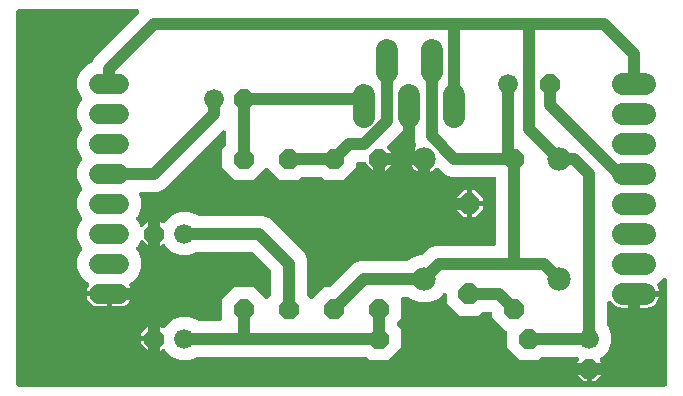
<source format=gbr>
G04 EAGLE Gerber X2 export*
G04 #@! %TF.Part,Single*
G04 #@! %TF.FileFunction,Copper,L2,Bot,Mixed*
G04 #@! %TF.FilePolarity,Positive*
G04 #@! %TF.GenerationSoftware,Autodesk,EAGLE,9.0.0*
G04 #@! %TF.CreationDate,2019-08-08T19:11:55Z*
G75*
%MOMM*%
%FSLAX34Y34*%
%LPD*%
%AMOC8*
5,1,8,0,0,1.08239X$1,22.5*%
G01*
%ADD10C,1.879600*%
%ADD11P,1.814519X8X292.500000*%
%ADD12P,1.814519X8X202.500000*%
%ADD13P,1.814519X8X112.500000*%
%ADD14C,1.981200*%
%ADD15P,1.924489X8X112.500000*%
%ADD16P,1.814519X8X22.500000*%
%ADD17C,1.676400*%
%ADD18C,1.676400*%
%ADD19C,1.016000*%

G36*
X584526Y10163D02*
X584526Y10163D01*
X584544Y10161D01*
X584726Y10182D01*
X584909Y10201D01*
X584926Y10206D01*
X584943Y10208D01*
X585118Y10265D01*
X585294Y10319D01*
X585309Y10327D01*
X585326Y10333D01*
X585486Y10423D01*
X585648Y10511D01*
X585661Y10522D01*
X585677Y10531D01*
X585816Y10651D01*
X585957Y10768D01*
X585968Y10782D01*
X585982Y10794D01*
X586094Y10939D01*
X586209Y11082D01*
X586217Y11098D01*
X586228Y11112D01*
X586310Y11277D01*
X586395Y11439D01*
X586400Y11456D01*
X586408Y11472D01*
X586455Y11651D01*
X586506Y11826D01*
X586508Y11844D01*
X586512Y11861D01*
X586539Y12192D01*
X586539Y100077D01*
X586538Y100086D01*
X586539Y100095D01*
X586518Y100287D01*
X586499Y100478D01*
X586497Y100486D01*
X586496Y100495D01*
X586438Y100678D01*
X586381Y100863D01*
X586377Y100871D01*
X586374Y100879D01*
X586281Y101047D01*
X586189Y101217D01*
X586184Y101224D01*
X586179Y101231D01*
X586055Y101378D01*
X585932Y101526D01*
X585925Y101532D01*
X585919Y101538D01*
X585768Y101657D01*
X585618Y101778D01*
X585610Y101782D01*
X585603Y101788D01*
X585430Y101876D01*
X585261Y101964D01*
X585252Y101966D01*
X585244Y101970D01*
X585058Y102022D01*
X584874Y102075D01*
X584865Y102076D01*
X584856Y102078D01*
X584663Y102092D01*
X584472Y102108D01*
X584464Y102107D01*
X584455Y102108D01*
X584262Y102083D01*
X584073Y102061D01*
X584064Y102058D01*
X584055Y102057D01*
X583872Y101996D01*
X583690Y101936D01*
X583682Y101932D01*
X583674Y101929D01*
X583507Y101833D01*
X583339Y101738D01*
X583332Y101733D01*
X583325Y101728D01*
X583072Y101513D01*
X579215Y97657D01*
X579158Y97626D01*
X579083Y97564D01*
X579001Y97510D01*
X578928Y97436D01*
X578847Y97370D01*
X578786Y97294D01*
X578717Y97225D01*
X578659Y97138D01*
X578594Y97057D01*
X578548Y96971D01*
X578494Y96889D01*
X578455Y96793D01*
X578407Y96701D01*
X578379Y96607D01*
X578342Y96517D01*
X578323Y96414D01*
X578293Y96314D01*
X578285Y96217D01*
X578267Y96121D01*
X578268Y96017D01*
X578259Y95913D01*
X578270Y95816D01*
X578271Y95718D01*
X578292Y95617D01*
X578304Y95513D01*
X578334Y95420D01*
X578354Y95325D01*
X578402Y95207D01*
X578427Y95130D01*
X578453Y95084D01*
X578480Y95018D01*
X579262Y93483D01*
X579843Y91696D01*
X579883Y91439D01*
X559308Y91439D01*
X559290Y91437D01*
X559273Y91439D01*
X559090Y91418D01*
X558908Y91399D01*
X558891Y91394D01*
X558873Y91392D01*
X558698Y91335D01*
X558523Y91281D01*
X558507Y91273D01*
X558490Y91267D01*
X558330Y91177D01*
X558169Y91089D01*
X558155Y91078D01*
X558139Y91069D01*
X558000Y90949D01*
X557859Y90832D01*
X557848Y90818D01*
X557835Y90806D01*
X557722Y90661D01*
X557607Y90518D01*
X557599Y90502D01*
X557588Y90488D01*
X557506Y90323D01*
X557466Y90247D01*
X557314Y90161D01*
X557152Y90073D01*
X557139Y90062D01*
X557123Y90053D01*
X556984Y89933D01*
X556843Y89815D01*
X556832Y89802D01*
X556818Y89790D01*
X556706Y89645D01*
X556591Y89502D01*
X556583Y89486D01*
X556572Y89472D01*
X556490Y89307D01*
X556405Y89144D01*
X556400Y89127D01*
X556392Y89111D01*
X556344Y88933D01*
X556294Y88758D01*
X556292Y88740D01*
X556288Y88723D01*
X556261Y88392D01*
X556261Y76961D01*
X548462Y76961D01*
X546606Y77255D01*
X544819Y77836D01*
X543145Y78689D01*
X541624Y79794D01*
X540296Y81122D01*
X539615Y82059D01*
X539503Y82185D01*
X539396Y82314D01*
X539370Y82335D01*
X539348Y82360D01*
X539213Y82461D01*
X539082Y82566D01*
X539052Y82581D01*
X539026Y82601D01*
X538874Y82674D01*
X538725Y82752D01*
X538693Y82761D01*
X538663Y82775D01*
X538500Y82816D01*
X538338Y82863D01*
X538304Y82866D01*
X538272Y82874D01*
X538104Y82882D01*
X537936Y82896D01*
X537903Y82892D01*
X537870Y82894D01*
X537704Y82869D01*
X537537Y82849D01*
X537505Y82839D01*
X537472Y82834D01*
X537314Y82776D01*
X537154Y82724D01*
X537125Y82708D01*
X537093Y82696D01*
X536950Y82609D01*
X536803Y82526D01*
X536778Y82504D01*
X536749Y82487D01*
X536626Y82373D01*
X536498Y82263D01*
X536478Y82237D01*
X536454Y82214D01*
X536354Y82077D01*
X536252Y81945D01*
X536237Y81915D01*
X536217Y81888D01*
X536147Y81735D01*
X536072Y81584D01*
X536064Y81552D01*
X536050Y81522D01*
X536012Y81358D01*
X535968Y81196D01*
X535965Y81158D01*
X535958Y81130D01*
X535955Y81044D01*
X535941Y80865D01*
X535941Y62624D01*
X535943Y62597D01*
X535941Y62571D01*
X535963Y62397D01*
X535981Y62223D01*
X535988Y62198D01*
X535992Y62171D01*
X536047Y62006D01*
X536099Y61839D01*
X536112Y61815D01*
X536120Y61790D01*
X536207Y61638D01*
X536291Y61484D01*
X536308Y61464D01*
X536321Y61441D01*
X536403Y61344D01*
X539243Y54488D01*
X539243Y47112D01*
X536420Y40296D01*
X531204Y35080D01*
X530663Y34856D01*
X530651Y34850D01*
X530638Y34846D01*
X530474Y34755D01*
X530308Y34666D01*
X530298Y34657D01*
X530286Y34651D01*
X530143Y34529D01*
X529998Y34410D01*
X529989Y34399D01*
X529979Y34391D01*
X529863Y34243D01*
X529744Y34097D01*
X529738Y34085D01*
X529729Y34075D01*
X529644Y33907D01*
X529557Y33740D01*
X529553Y33728D01*
X529547Y33716D01*
X529496Y33534D01*
X529444Y33354D01*
X529443Y33341D01*
X529439Y33328D01*
X529425Y33139D01*
X529409Y32953D01*
X529411Y32940D01*
X529410Y32926D01*
X529433Y32739D01*
X529454Y32553D01*
X529458Y32540D01*
X529460Y32527D01*
X529520Y32349D01*
X529577Y32170D01*
X529584Y32158D01*
X529588Y32145D01*
X529682Y31982D01*
X529774Y31818D01*
X529782Y31808D01*
X529789Y31796D01*
X530004Y31543D01*
X531623Y29924D01*
X531623Y27431D01*
X520700Y27431D01*
X509777Y27431D01*
X509777Y29924D01*
X511396Y31543D01*
X511405Y31554D01*
X511415Y31562D01*
X511532Y31709D01*
X511651Y31855D01*
X511658Y31867D01*
X511666Y31877D01*
X511753Y32046D01*
X511840Y32210D01*
X511844Y32223D01*
X511850Y32235D01*
X511901Y32418D01*
X511955Y32596D01*
X511956Y32610D01*
X511960Y32623D01*
X511974Y32810D01*
X511991Y32997D01*
X511990Y33011D01*
X511991Y33024D01*
X511968Y33209D01*
X511948Y33398D01*
X511944Y33410D01*
X511942Y33424D01*
X511883Y33601D01*
X511826Y33781D01*
X511820Y33793D01*
X511815Y33806D01*
X511722Y33969D01*
X511631Y34134D01*
X511623Y34144D01*
X511616Y34156D01*
X511492Y34298D01*
X511371Y34441D01*
X511360Y34449D01*
X511352Y34459D01*
X511202Y34574D01*
X511055Y34690D01*
X511043Y34696D01*
X511032Y34705D01*
X510737Y34856D01*
X510145Y35101D01*
X510136Y35109D01*
X510001Y35219D01*
X509977Y35232D01*
X509956Y35248D01*
X509799Y35326D01*
X509645Y35408D01*
X509620Y35416D01*
X509595Y35428D01*
X509426Y35473D01*
X509259Y35523D01*
X509233Y35525D01*
X509207Y35532D01*
X508876Y35559D01*
X481724Y35559D01*
X481697Y35557D01*
X481671Y35559D01*
X481497Y35537D01*
X481323Y35519D01*
X481298Y35512D01*
X481271Y35508D01*
X481106Y35453D01*
X480938Y35401D01*
X480915Y35388D01*
X480890Y35380D01*
X480738Y35293D01*
X480584Y35209D01*
X480564Y35192D01*
X480541Y35179D01*
X480288Y34964D01*
X477581Y32257D01*
X462219Y32257D01*
X451357Y43119D01*
X451357Y55626D01*
X451355Y55644D01*
X451357Y55662D01*
X451336Y55844D01*
X451317Y56027D01*
X451312Y56044D01*
X451310Y56061D01*
X451253Y56236D01*
X451199Y56412D01*
X451191Y56427D01*
X451185Y56444D01*
X451095Y56604D01*
X451007Y56766D01*
X450996Y56779D01*
X450987Y56795D01*
X450867Y56934D01*
X450750Y57075D01*
X450736Y57086D01*
X450724Y57100D01*
X450579Y57212D01*
X450436Y57327D01*
X450420Y57335D01*
X450406Y57346D01*
X450241Y57428D01*
X450079Y57513D01*
X450062Y57518D01*
X450046Y57526D01*
X449867Y57573D01*
X449692Y57624D01*
X449674Y57626D01*
X449657Y57630D01*
X449537Y57640D01*
X438657Y68519D01*
X438657Y71628D01*
X438655Y71646D01*
X438657Y71664D01*
X438636Y71846D01*
X438617Y72029D01*
X438612Y72046D01*
X438610Y72063D01*
X438553Y72238D01*
X438499Y72414D01*
X438491Y72429D01*
X438485Y72446D01*
X438395Y72606D01*
X438307Y72768D01*
X438296Y72781D01*
X438287Y72797D01*
X438167Y72936D01*
X438050Y73077D01*
X438036Y73088D01*
X438024Y73102D01*
X437879Y73214D01*
X437736Y73329D01*
X437720Y73337D01*
X437706Y73348D01*
X437541Y73430D01*
X437379Y73515D01*
X437362Y73520D01*
X437346Y73528D01*
X437167Y73575D01*
X436992Y73626D01*
X436974Y73628D01*
X436957Y73632D01*
X436626Y73659D01*
X431642Y73659D01*
X431616Y73657D01*
X431589Y73659D01*
X431415Y73637D01*
X431242Y73619D01*
X431216Y73612D01*
X431190Y73608D01*
X431024Y73553D01*
X430857Y73501D01*
X430833Y73488D01*
X430808Y73480D01*
X430656Y73393D01*
X430503Y73309D01*
X430482Y73292D01*
X430459Y73279D01*
X430206Y73064D01*
X426991Y69849D01*
X411209Y69849D01*
X400049Y81009D01*
X400049Y87367D01*
X400048Y87376D01*
X400049Y87385D01*
X400028Y87576D01*
X400009Y87767D01*
X400007Y87776D01*
X400006Y87785D01*
X399949Y87965D01*
X399891Y88152D01*
X399887Y88160D01*
X399884Y88169D01*
X399791Y88337D01*
X399699Y88506D01*
X399694Y88513D01*
X399689Y88521D01*
X399565Y88668D01*
X399442Y88816D01*
X399435Y88821D01*
X399429Y88828D01*
X399278Y88947D01*
X399128Y89068D01*
X399120Y89072D01*
X399113Y89078D01*
X398940Y89165D01*
X398771Y89253D01*
X398762Y89256D01*
X398754Y89260D01*
X398568Y89312D01*
X398384Y89365D01*
X398375Y89366D01*
X398366Y89368D01*
X398173Y89382D01*
X397982Y89398D01*
X397974Y89397D01*
X397965Y89397D01*
X397772Y89373D01*
X397583Y89351D01*
X397574Y89348D01*
X397565Y89347D01*
X397382Y89286D01*
X397200Y89226D01*
X397192Y89222D01*
X397184Y89219D01*
X397017Y89123D01*
X396849Y89028D01*
X396842Y89022D01*
X396835Y89018D01*
X396582Y88803D01*
X392367Y84588D01*
X384992Y81533D01*
X377008Y81533D01*
X369633Y84588D01*
X368457Y85764D01*
X368436Y85781D01*
X368419Y85802D01*
X368281Y85909D01*
X368146Y86019D01*
X368122Y86032D01*
X368101Y86048D01*
X367944Y86126D01*
X367790Y86208D01*
X367764Y86216D01*
X367740Y86228D01*
X367571Y86273D01*
X367404Y86323D01*
X367377Y86325D01*
X367351Y86332D01*
X367021Y86359D01*
X363474Y86359D01*
X363456Y86357D01*
X363438Y86359D01*
X363256Y86338D01*
X363073Y86319D01*
X363056Y86314D01*
X363039Y86312D01*
X362864Y86255D01*
X362688Y86201D01*
X362673Y86193D01*
X362656Y86187D01*
X362496Y86097D01*
X362334Y86009D01*
X362321Y85998D01*
X362305Y85989D01*
X362166Y85869D01*
X362025Y85752D01*
X362014Y85738D01*
X362000Y85726D01*
X361888Y85581D01*
X361773Y85438D01*
X361765Y85422D01*
X361754Y85408D01*
X361672Y85243D01*
X361587Y85081D01*
X361582Y85064D01*
X361574Y85048D01*
X361526Y84869D01*
X361476Y84694D01*
X361474Y84676D01*
X361470Y84659D01*
X361443Y84328D01*
X361443Y68519D01*
X358736Y65812D01*
X358719Y65792D01*
X358698Y65774D01*
X358591Y65636D01*
X358481Y65501D01*
X358468Y65477D01*
X358452Y65456D01*
X358374Y65299D01*
X358292Y65145D01*
X358284Y65120D01*
X358272Y65096D01*
X358227Y64926D01*
X358177Y64759D01*
X358175Y64733D01*
X358168Y64707D01*
X358141Y64376D01*
X358141Y62624D01*
X358143Y62597D01*
X358141Y62571D01*
X358163Y62397D01*
X358181Y62223D01*
X358188Y62198D01*
X358192Y62171D01*
X358248Y62005D01*
X358299Y61838D01*
X358312Y61815D01*
X358320Y61790D01*
X358407Y61638D01*
X358491Y61484D01*
X358508Y61464D01*
X358521Y61441D01*
X358736Y61188D01*
X361443Y58481D01*
X361443Y43119D01*
X350581Y32257D01*
X335219Y32257D01*
X332512Y34964D01*
X332492Y34981D01*
X332474Y35002D01*
X332336Y35109D01*
X332201Y35219D01*
X332177Y35232D01*
X332156Y35248D01*
X331999Y35326D01*
X331845Y35408D01*
X331820Y35416D01*
X331796Y35428D01*
X331626Y35473D01*
X331459Y35523D01*
X331433Y35525D01*
X331407Y35532D01*
X331076Y35559D01*
X189624Y35559D01*
X189597Y35557D01*
X189571Y35559D01*
X189398Y35537D01*
X189223Y35519D01*
X189198Y35511D01*
X189171Y35508D01*
X189006Y35453D01*
X188838Y35401D01*
X188815Y35388D01*
X188789Y35380D01*
X188638Y35293D01*
X188484Y35209D01*
X188464Y35192D01*
X188441Y35179D01*
X188344Y35097D01*
X186608Y34378D01*
X181704Y32346D01*
X181488Y32257D01*
X174112Y32257D01*
X167296Y35080D01*
X162080Y40296D01*
X161856Y40837D01*
X161850Y40849D01*
X161846Y40862D01*
X161755Y41026D01*
X161666Y41192D01*
X161658Y41202D01*
X161651Y41214D01*
X161529Y41358D01*
X161410Y41502D01*
X161399Y41511D01*
X161391Y41521D01*
X161242Y41638D01*
X161097Y41756D01*
X161085Y41762D01*
X161075Y41771D01*
X160907Y41856D01*
X160741Y41943D01*
X160728Y41947D01*
X160716Y41953D01*
X160535Y42003D01*
X160354Y42056D01*
X160341Y42058D01*
X160328Y42061D01*
X160140Y42075D01*
X159953Y42091D01*
X159940Y42089D01*
X159926Y42090D01*
X159738Y42067D01*
X159553Y42046D01*
X159540Y42042D01*
X159527Y42040D01*
X159348Y41980D01*
X159170Y41923D01*
X159158Y41916D01*
X159145Y41912D01*
X158983Y41818D01*
X158818Y41726D01*
X158808Y41718D01*
X158796Y41711D01*
X158543Y41496D01*
X156924Y39877D01*
X154431Y39877D01*
X154431Y50800D01*
X154431Y61723D01*
X156924Y61723D01*
X158543Y60104D01*
X158554Y60095D01*
X158562Y60085D01*
X158710Y59968D01*
X158855Y59849D01*
X158867Y59842D01*
X158877Y59834D01*
X159045Y59748D01*
X159210Y59660D01*
X159223Y59656D01*
X159235Y59650D01*
X159417Y59599D01*
X159596Y59545D01*
X159610Y59544D01*
X159623Y59540D01*
X159809Y59526D01*
X159997Y59509D01*
X160011Y59510D01*
X160024Y59509D01*
X160209Y59532D01*
X160398Y59552D01*
X160410Y59556D01*
X160424Y59558D01*
X160602Y59617D01*
X160781Y59674D01*
X160793Y59680D01*
X160806Y59685D01*
X160970Y59778D01*
X161134Y59869D01*
X161144Y59877D01*
X161156Y59884D01*
X161298Y60008D01*
X161441Y60129D01*
X161449Y60140D01*
X161459Y60148D01*
X161574Y60298D01*
X161690Y60445D01*
X161696Y60457D01*
X161705Y60468D01*
X161856Y60763D01*
X162080Y61304D01*
X167296Y66520D01*
X168923Y67194D01*
X168924Y67194D01*
X174112Y69343D01*
X181488Y69343D01*
X188354Y66499D01*
X188364Y66492D01*
X188499Y66381D01*
X188523Y66368D01*
X188544Y66352D01*
X188700Y66274D01*
X188855Y66192D01*
X188880Y66184D01*
X188905Y66172D01*
X189074Y66127D01*
X189241Y66077D01*
X189267Y66075D01*
X189293Y66068D01*
X189624Y66041D01*
X208026Y66041D01*
X208044Y66043D01*
X208062Y66041D01*
X208244Y66062D01*
X208427Y66081D01*
X208444Y66086D01*
X208461Y66088D01*
X208636Y66145D01*
X208812Y66199D01*
X208827Y66207D01*
X208844Y66213D01*
X209004Y66303D01*
X209166Y66391D01*
X209179Y66402D01*
X209195Y66411D01*
X209334Y66531D01*
X209475Y66648D01*
X209486Y66662D01*
X209500Y66674D01*
X209612Y66819D01*
X209727Y66962D01*
X209735Y66978D01*
X209746Y66992D01*
X209828Y67157D01*
X209913Y67319D01*
X209918Y67336D01*
X209926Y67352D01*
X209973Y67531D01*
X210024Y67706D01*
X210026Y67724D01*
X210030Y67741D01*
X210057Y68072D01*
X210057Y83881D01*
X220919Y94743D01*
X236281Y94743D01*
X246214Y84810D01*
X246227Y84798D01*
X246239Y84785D01*
X246383Y84671D01*
X246525Y84555D01*
X246541Y84546D01*
X246555Y84535D01*
X246719Y84452D01*
X246881Y84366D01*
X246898Y84361D01*
X246914Y84353D01*
X247091Y84303D01*
X247267Y84251D01*
X247285Y84250D01*
X247302Y84245D01*
X247485Y84231D01*
X247668Y84215D01*
X247686Y84217D01*
X247703Y84215D01*
X247885Y84238D01*
X248068Y84258D01*
X248085Y84264D01*
X248103Y84266D01*
X248276Y84324D01*
X248452Y84380D01*
X248468Y84388D01*
X248484Y84394D01*
X248644Y84486D01*
X248804Y84575D01*
X248818Y84586D01*
X248833Y84595D01*
X249086Y84810D01*
X250864Y86588D01*
X250881Y86608D01*
X250902Y86626D01*
X251009Y86764D01*
X251119Y86899D01*
X251132Y86923D01*
X251148Y86944D01*
X251226Y87101D01*
X251308Y87255D01*
X251316Y87280D01*
X251328Y87305D01*
X251373Y87474D01*
X251423Y87641D01*
X251425Y87667D01*
X251432Y87693D01*
X251459Y88024D01*
X251459Y107146D01*
X251457Y107172D01*
X251459Y107199D01*
X251437Y107373D01*
X251419Y107546D01*
X251412Y107572D01*
X251408Y107598D01*
X251353Y107764D01*
X251301Y107931D01*
X251288Y107955D01*
X251280Y107980D01*
X251193Y108132D01*
X251109Y108285D01*
X251092Y108306D01*
X251079Y108329D01*
X250864Y108582D01*
X235582Y123864D01*
X235561Y123881D01*
X235544Y123902D01*
X235406Y124009D01*
X235271Y124119D01*
X235247Y124132D01*
X235226Y124148D01*
X235069Y124226D01*
X234915Y124308D01*
X234889Y124316D01*
X234865Y124328D01*
X234696Y124373D01*
X234529Y124423D01*
X234502Y124425D01*
X234476Y124432D01*
X234146Y124459D01*
X189624Y124459D01*
X189597Y124457D01*
X189571Y124459D01*
X189397Y124437D01*
X189223Y124419D01*
X189198Y124412D01*
X189171Y124408D01*
X189006Y124353D01*
X188839Y124301D01*
X188815Y124288D01*
X188790Y124280D01*
X188638Y124193D01*
X188484Y124109D01*
X188464Y124092D01*
X188441Y124079D01*
X188344Y123997D01*
X187754Y123753D01*
X181488Y121157D01*
X174112Y121157D01*
X167296Y123980D01*
X162080Y129196D01*
X161856Y129737D01*
X161850Y129749D01*
X161846Y129762D01*
X161755Y129926D01*
X161666Y130092D01*
X161658Y130102D01*
X161651Y130114D01*
X161529Y130258D01*
X161410Y130402D01*
X161399Y130411D01*
X161391Y130421D01*
X161242Y130538D01*
X161097Y130656D01*
X161085Y130662D01*
X161075Y130671D01*
X160907Y130756D01*
X160741Y130843D01*
X160728Y130847D01*
X160716Y130853D01*
X160535Y130903D01*
X160354Y130956D01*
X160341Y130958D01*
X160328Y130961D01*
X160140Y130975D01*
X159953Y130991D01*
X159940Y130989D01*
X159926Y130990D01*
X159738Y130967D01*
X159553Y130946D01*
X159540Y130942D01*
X159527Y130940D01*
X159348Y130880D01*
X159170Y130823D01*
X159158Y130816D01*
X159145Y130812D01*
X158983Y130718D01*
X158818Y130626D01*
X158808Y130618D01*
X158796Y130611D01*
X158543Y130396D01*
X156924Y128777D01*
X154431Y128777D01*
X154431Y139700D01*
X154431Y150623D01*
X156924Y150623D01*
X158543Y149004D01*
X158554Y148995D01*
X158562Y148985D01*
X158710Y148868D01*
X158855Y148749D01*
X158867Y148742D01*
X158877Y148734D01*
X159045Y148648D01*
X159210Y148560D01*
X159223Y148556D01*
X159235Y148550D01*
X159417Y148499D01*
X159596Y148445D01*
X159610Y148444D01*
X159623Y148440D01*
X159809Y148426D01*
X159997Y148409D01*
X160011Y148410D01*
X160024Y148409D01*
X160209Y148432D01*
X160398Y148452D01*
X160410Y148456D01*
X160424Y148458D01*
X160602Y148517D01*
X160781Y148574D01*
X160793Y148580D01*
X160806Y148585D01*
X160970Y148678D01*
X161134Y148769D01*
X161144Y148777D01*
X161156Y148784D01*
X161298Y148908D01*
X161441Y149029D01*
X161449Y149040D01*
X161459Y149048D01*
X161574Y149198D01*
X161690Y149345D01*
X161696Y149357D01*
X161705Y149368D01*
X161856Y149663D01*
X162080Y150204D01*
X167296Y155420D01*
X170070Y156569D01*
X174112Y158243D01*
X181488Y158243D01*
X188354Y155399D01*
X188364Y155391D01*
X188499Y155281D01*
X188523Y155268D01*
X188544Y155252D01*
X188701Y155174D01*
X188855Y155092D01*
X188880Y155084D01*
X188905Y155072D01*
X189074Y155027D01*
X189241Y154977D01*
X189267Y154975D01*
X189293Y154968D01*
X189624Y154941D01*
X244332Y154941D01*
X249933Y152620D01*
X279620Y122933D01*
X281941Y117332D01*
X281941Y88024D01*
X281943Y87997D01*
X281941Y87971D01*
X281963Y87797D01*
X281981Y87623D01*
X281988Y87598D01*
X281992Y87571D01*
X282047Y87406D01*
X282099Y87238D01*
X282112Y87215D01*
X282120Y87190D01*
X282207Y87038D01*
X282291Y86884D01*
X282308Y86864D01*
X282321Y86841D01*
X282536Y86588D01*
X284314Y84810D01*
X284328Y84798D01*
X284339Y84785D01*
X284483Y84671D01*
X284625Y84555D01*
X284641Y84546D01*
X284655Y84535D01*
X284819Y84452D01*
X284981Y84366D01*
X284998Y84361D01*
X285014Y84353D01*
X285191Y84303D01*
X285367Y84251D01*
X285385Y84250D01*
X285402Y84245D01*
X285585Y84231D01*
X285768Y84215D01*
X285786Y84217D01*
X285803Y84215D01*
X285985Y84238D01*
X286168Y84258D01*
X286185Y84264D01*
X286203Y84266D01*
X286377Y84324D01*
X286552Y84380D01*
X286568Y84388D01*
X286584Y84394D01*
X286744Y84486D01*
X286904Y84575D01*
X286918Y84586D01*
X286933Y84595D01*
X287186Y84810D01*
X297119Y94743D01*
X300948Y94743D01*
X300974Y94745D01*
X301001Y94743D01*
X301175Y94765D01*
X301348Y94783D01*
X301374Y94790D01*
X301400Y94794D01*
X301566Y94849D01*
X301733Y94901D01*
X301757Y94914D01*
X301782Y94922D01*
X301934Y95009D01*
X302087Y95093D01*
X302108Y95110D01*
X302131Y95123D01*
X302384Y95338D01*
X321567Y114520D01*
X327168Y116841D01*
X367021Y116841D01*
X367047Y116843D01*
X367074Y116841D01*
X367248Y116863D01*
X367421Y116881D01*
X367447Y116888D01*
X367473Y116892D01*
X367639Y116947D01*
X367806Y116999D01*
X367830Y117012D01*
X367855Y117020D01*
X368007Y117107D01*
X368160Y117191D01*
X368181Y117208D01*
X368204Y117221D01*
X368457Y117436D01*
X369633Y118612D01*
X373000Y120006D01*
X377008Y121667D01*
X378672Y121667D01*
X378698Y121669D01*
X378725Y121667D01*
X378899Y121689D01*
X379072Y121707D01*
X379098Y121714D01*
X379125Y121718D01*
X379290Y121773D01*
X379457Y121825D01*
X379481Y121838D01*
X379506Y121846D01*
X379658Y121933D01*
X379811Y122017D01*
X379832Y122034D01*
X379855Y122047D01*
X380108Y122262D01*
X380494Y122647D01*
X385067Y127220D01*
X390668Y129541D01*
X439928Y129541D01*
X439946Y129543D01*
X439964Y129541D01*
X440146Y129562D01*
X440329Y129581D01*
X440346Y129586D01*
X440363Y129588D01*
X440538Y129645D01*
X440714Y129699D01*
X440729Y129707D01*
X440746Y129713D01*
X440906Y129803D01*
X441068Y129891D01*
X441081Y129902D01*
X441097Y129911D01*
X441236Y130031D01*
X441377Y130148D01*
X441388Y130162D01*
X441402Y130174D01*
X441514Y130319D01*
X441629Y130462D01*
X441637Y130478D01*
X441648Y130492D01*
X441730Y130657D01*
X441815Y130819D01*
X441820Y130836D01*
X441828Y130852D01*
X441875Y131031D01*
X441926Y131206D01*
X441928Y131224D01*
X441932Y131241D01*
X441959Y131572D01*
X441959Y185928D01*
X441957Y185946D01*
X441959Y185964D01*
X441938Y186146D01*
X441919Y186329D01*
X441914Y186346D01*
X441912Y186363D01*
X441855Y186538D01*
X441801Y186714D01*
X441793Y186729D01*
X441787Y186746D01*
X441697Y186906D01*
X441609Y187068D01*
X441598Y187081D01*
X441589Y187097D01*
X441469Y187236D01*
X441352Y187377D01*
X441338Y187388D01*
X441326Y187402D01*
X441181Y187514D01*
X441038Y187629D01*
X441022Y187637D01*
X441008Y187648D01*
X440843Y187730D01*
X440681Y187815D01*
X440664Y187820D01*
X440648Y187828D01*
X440469Y187875D01*
X440294Y187926D01*
X440276Y187928D01*
X440259Y187932D01*
X439928Y187959D01*
X403368Y187959D01*
X397767Y190280D01*
X393194Y194852D01*
X393194Y194853D01*
X393161Y194886D01*
X393147Y194897D01*
X393135Y194911D01*
X392991Y195025D01*
X392849Y195141D01*
X392833Y195149D01*
X392819Y195160D01*
X392655Y195244D01*
X392493Y195329D01*
X392476Y195334D01*
X392460Y195343D01*
X392283Y195392D01*
X392108Y195444D01*
X392090Y195446D01*
X392073Y195451D01*
X391889Y195464D01*
X391707Y195481D01*
X391689Y195479D01*
X391671Y195480D01*
X391489Y195457D01*
X391306Y195437D01*
X391289Y195432D01*
X391272Y195430D01*
X391098Y195371D01*
X390922Y195316D01*
X390907Y195307D01*
X390890Y195301D01*
X390730Y195209D01*
X390570Y195121D01*
X390557Y195109D01*
X390541Y195100D01*
X390288Y194886D01*
X389108Y193706D01*
X387523Y192555D01*
X385778Y191665D01*
X383915Y191060D01*
X383793Y191041D01*
X383793Y202438D01*
X383791Y202456D01*
X383793Y202473D01*
X383772Y202656D01*
X383753Y202838D01*
X383748Y202855D01*
X383746Y202873D01*
X383689Y203048D01*
X383635Y203223D01*
X383627Y203239D01*
X383621Y203256D01*
X383531Y203416D01*
X383443Y203577D01*
X383432Y203591D01*
X383423Y203607D01*
X383303Y203746D01*
X383186Y203887D01*
X383172Y203898D01*
X383160Y203911D01*
X383015Y204024D01*
X382872Y204139D01*
X382856Y204147D01*
X382842Y204158D01*
X382677Y204240D01*
X382515Y204324D01*
X382498Y204329D01*
X382482Y204337D01*
X382303Y204385D01*
X382218Y204410D01*
X382165Y204572D01*
X382111Y204748D01*
X382103Y204763D01*
X382097Y204780D01*
X382007Y204940D01*
X381919Y205102D01*
X381908Y205115D01*
X381899Y205131D01*
X381779Y205270D01*
X381661Y205411D01*
X381648Y205422D01*
X381636Y205436D01*
X381491Y205548D01*
X381348Y205663D01*
X381332Y205671D01*
X381318Y205682D01*
X381153Y205764D01*
X380990Y205849D01*
X380973Y205854D01*
X380957Y205862D01*
X380779Y205909D01*
X380604Y205960D01*
X380586Y205962D01*
X380569Y205966D01*
X380238Y205993D01*
X368841Y205993D01*
X368860Y206115D01*
X369465Y207978D01*
X370355Y209723D01*
X371506Y211308D01*
X372891Y212694D01*
X373072Y212825D01*
X373208Y212946D01*
X373346Y213064D01*
X373358Y213079D01*
X373373Y213093D01*
X373482Y213238D01*
X373594Y213381D01*
X373603Y213399D01*
X373615Y213415D01*
X373693Y213579D01*
X373775Y213741D01*
X373780Y213760D01*
X373788Y213778D01*
X373833Y213954D01*
X373881Y214129D01*
X373882Y214149D01*
X373887Y214168D01*
X373896Y214349D01*
X373909Y214531D01*
X373906Y214550D01*
X373907Y214570D01*
X373880Y214749D01*
X373856Y214930D01*
X373850Y214951D01*
X373847Y214968D01*
X373821Y215041D01*
X373755Y215246D01*
X372109Y219218D01*
X372109Y224390D01*
X372092Y224566D01*
X372078Y224742D01*
X372072Y224766D01*
X372069Y224790D01*
X372017Y224959D01*
X371969Y225130D01*
X371958Y225152D01*
X371951Y225175D01*
X371867Y225330D01*
X371786Y225489D01*
X371771Y225508D01*
X371759Y225529D01*
X371647Y225665D01*
X371536Y225804D01*
X371517Y225820D01*
X371502Y225838D01*
X371364Y225949D01*
X371228Y226064D01*
X371207Y226075D01*
X371188Y226091D01*
X371031Y226172D01*
X370876Y226258D01*
X370852Y226265D01*
X370839Y226272D01*
X370839Y247142D01*
X370837Y247160D01*
X370839Y247177D01*
X370818Y247360D01*
X370799Y247542D01*
X370794Y247559D01*
X370792Y247577D01*
X370735Y247752D01*
X370681Y247927D01*
X370673Y247943D01*
X370667Y247960D01*
X370577Y248120D01*
X370489Y248281D01*
X370478Y248295D01*
X370469Y248311D01*
X370349Y248450D01*
X370232Y248591D01*
X370218Y248602D01*
X370206Y248615D01*
X370061Y248728D01*
X369918Y248843D01*
X369902Y248851D01*
X369888Y248862D01*
X369723Y248944D01*
X369561Y249028D01*
X369544Y249033D01*
X369528Y249041D01*
X369349Y249089D01*
X369174Y249140D01*
X369156Y249141D01*
X369139Y249146D01*
X368808Y249173D01*
X367792Y249173D01*
X367774Y249171D01*
X367756Y249173D01*
X367574Y249151D01*
X367391Y249133D01*
X367374Y249128D01*
X367357Y249126D01*
X367182Y249069D01*
X367006Y249015D01*
X366991Y249007D01*
X366974Y249001D01*
X366814Y248911D01*
X366652Y248823D01*
X366639Y248812D01*
X366623Y248803D01*
X366484Y248683D01*
X366343Y248565D01*
X366332Y248552D01*
X366318Y248540D01*
X366206Y248395D01*
X366091Y248252D01*
X366083Y248236D01*
X366072Y248222D01*
X365990Y248057D01*
X365905Y247894D01*
X365900Y247877D01*
X365892Y247861D01*
X365844Y247683D01*
X365794Y247508D01*
X365792Y247490D01*
X365788Y247473D01*
X365761Y247142D01*
X365761Y226567D01*
X365504Y226607D01*
X364391Y226969D01*
X364250Y227000D01*
X364112Y227038D01*
X364054Y227043D01*
X363998Y227055D01*
X363854Y227057D01*
X363710Y227068D01*
X363653Y227060D01*
X363595Y227061D01*
X363454Y227035D01*
X363311Y227017D01*
X363256Y226999D01*
X363199Y226988D01*
X363065Y226935D01*
X362929Y226889D01*
X362879Y226860D01*
X362825Y226839D01*
X362705Y226760D01*
X362580Y226688D01*
X362530Y226646D01*
X362488Y226618D01*
X362429Y226560D01*
X362327Y226473D01*
X350137Y214283D01*
X350125Y214269D01*
X350112Y214258D01*
X349998Y214114D01*
X349882Y213972D01*
X349873Y213956D01*
X349862Y213942D01*
X349779Y213777D01*
X349693Y213616D01*
X349688Y213599D01*
X349680Y213583D01*
X349630Y213405D01*
X349578Y213230D01*
X349577Y213212D01*
X349572Y213195D01*
X349558Y213012D01*
X349542Y212829D01*
X349544Y212811D01*
X349542Y212793D01*
X349565Y212611D01*
X349585Y212429D01*
X349591Y212412D01*
X349593Y212394D01*
X349651Y212220D01*
X349707Y212045D01*
X349715Y212029D01*
X349721Y212012D01*
X349813Y211853D01*
X349902Y211692D01*
X349913Y211679D01*
X349922Y211663D01*
X350137Y211410D01*
X353823Y207724D01*
X353823Y205231D01*
X342900Y205231D01*
X342883Y205230D01*
X342865Y205231D01*
X342682Y205210D01*
X342500Y205191D01*
X342483Y205186D01*
X342465Y205184D01*
X342290Y205127D01*
X342115Y205073D01*
X342099Y205065D01*
X342082Y205059D01*
X341922Y204969D01*
X341761Y204882D01*
X341747Y204870D01*
X341732Y204861D01*
X341592Y204741D01*
X341452Y204624D01*
X341451Y204624D01*
X341451Y204623D01*
X341440Y204610D01*
X341427Y204598D01*
X341426Y204598D01*
X341314Y204453D01*
X341199Y204310D01*
X341190Y204294D01*
X341180Y204280D01*
X341098Y204115D01*
X341013Y203952D01*
X341008Y203935D01*
X341000Y203919D01*
X340952Y203741D01*
X340902Y203565D01*
X340900Y203548D01*
X340896Y203530D01*
X340869Y203200D01*
X340869Y192277D01*
X338376Y192277D01*
X331975Y198678D01*
X331956Y198846D01*
X331937Y199029D01*
X331932Y199046D01*
X331930Y199063D01*
X331873Y199238D01*
X331819Y199414D01*
X331811Y199429D01*
X331805Y199446D01*
X331715Y199606D01*
X331627Y199768D01*
X331616Y199781D01*
X331607Y199797D01*
X331487Y199936D01*
X331370Y200077D01*
X331356Y200088D01*
X331344Y200102D01*
X331199Y200214D01*
X331056Y200329D01*
X331040Y200337D01*
X331026Y200348D01*
X330861Y200430D01*
X330699Y200515D01*
X330682Y200520D01*
X330666Y200528D01*
X330487Y200575D01*
X330312Y200626D01*
X330294Y200628D01*
X330277Y200632D01*
X329946Y200659D01*
X325374Y200659D01*
X325356Y200657D01*
X325338Y200659D01*
X325156Y200638D01*
X324973Y200619D01*
X324956Y200614D01*
X324939Y200612D01*
X324764Y200555D01*
X324588Y200501D01*
X324573Y200493D01*
X324556Y200487D01*
X324396Y200397D01*
X324234Y200309D01*
X324221Y200298D01*
X324205Y200289D01*
X324066Y200169D01*
X323925Y200052D01*
X323914Y200038D01*
X323900Y200026D01*
X323788Y199881D01*
X323673Y199738D01*
X323665Y199722D01*
X323654Y199708D01*
X323572Y199543D01*
X323487Y199381D01*
X323482Y199364D01*
X323474Y199348D01*
X323427Y199169D01*
X323376Y198994D01*
X323374Y198976D01*
X323370Y198959D01*
X323343Y198628D01*
X323343Y195519D01*
X312481Y184657D01*
X297119Y184657D01*
X294412Y187364D01*
X294392Y187381D01*
X294374Y187402D01*
X294236Y187509D01*
X294101Y187619D01*
X294077Y187632D01*
X294056Y187648D01*
X293899Y187726D01*
X293745Y187808D01*
X293720Y187816D01*
X293695Y187828D01*
X293526Y187873D01*
X293359Y187923D01*
X293333Y187925D01*
X293307Y187932D01*
X292976Y187959D01*
X278524Y187959D01*
X278497Y187957D01*
X278471Y187959D01*
X278297Y187937D01*
X278123Y187919D01*
X278098Y187912D01*
X278071Y187908D01*
X277906Y187853D01*
X277738Y187801D01*
X277715Y187788D01*
X277690Y187780D01*
X277538Y187693D01*
X277384Y187609D01*
X277364Y187592D01*
X277341Y187579D01*
X277088Y187364D01*
X274381Y184657D01*
X259019Y184657D01*
X249086Y194590D01*
X249072Y194602D01*
X249061Y194615D01*
X248917Y194729D01*
X248775Y194845D01*
X248759Y194854D01*
X248745Y194865D01*
X248581Y194948D01*
X248419Y195034D01*
X248402Y195039D01*
X248386Y195047D01*
X248209Y195097D01*
X248033Y195149D01*
X248015Y195150D01*
X247998Y195155D01*
X247815Y195169D01*
X247632Y195185D01*
X247614Y195183D01*
X247597Y195185D01*
X247415Y195162D01*
X247232Y195142D01*
X247215Y195136D01*
X247197Y195134D01*
X247023Y195076D01*
X246848Y195020D01*
X246832Y195012D01*
X246816Y195006D01*
X246656Y194914D01*
X246496Y194825D01*
X246482Y194814D01*
X246467Y194805D01*
X246214Y194590D01*
X236281Y184657D01*
X220919Y184657D01*
X210057Y195519D01*
X210057Y210881D01*
X212764Y213588D01*
X212781Y213608D01*
X212802Y213626D01*
X212909Y213764D01*
X213019Y213899D01*
X213032Y213923D01*
X213048Y213944D01*
X213126Y214101D01*
X213208Y214255D01*
X213216Y214280D01*
X213228Y214304D01*
X213273Y214474D01*
X213323Y214641D01*
X213325Y214667D01*
X213332Y214693D01*
X213359Y215024D01*
X213359Y225002D01*
X213358Y225011D01*
X213359Y225020D01*
X213338Y225213D01*
X213319Y225402D01*
X213317Y225411D01*
X213316Y225420D01*
X213257Y225604D01*
X213201Y225787D01*
X213197Y225795D01*
X213194Y225804D01*
X213101Y225972D01*
X213009Y226141D01*
X213004Y226148D01*
X212999Y226156D01*
X212875Y226303D01*
X212752Y226451D01*
X212745Y226456D01*
X212739Y226463D01*
X212587Y226583D01*
X212438Y226703D01*
X212430Y226707D01*
X212423Y226713D01*
X212250Y226800D01*
X212081Y226888D01*
X212072Y226891D01*
X212064Y226895D01*
X211878Y226947D01*
X211694Y227000D01*
X211685Y227001D01*
X211676Y227003D01*
X211483Y227017D01*
X211292Y227033D01*
X211284Y227032D01*
X211275Y227032D01*
X211082Y227008D01*
X210893Y226986D01*
X210884Y226983D01*
X210875Y226982D01*
X210693Y226921D01*
X210510Y226861D01*
X210502Y226857D01*
X210494Y226854D01*
X210327Y226758D01*
X210159Y226663D01*
X210152Y226657D01*
X210145Y226653D01*
X209892Y226438D01*
X161033Y177580D01*
X158584Y176565D01*
X155432Y175259D01*
X141584Y175259D01*
X141571Y175258D01*
X141558Y175259D01*
X141372Y175238D01*
X141184Y175219D01*
X141171Y175215D01*
X141158Y175214D01*
X140979Y175156D01*
X140799Y175101D01*
X140787Y175095D01*
X140774Y175091D01*
X140610Y174999D01*
X140445Y174909D01*
X140435Y174901D01*
X140423Y174894D01*
X140280Y174772D01*
X140136Y174652D01*
X140127Y174641D01*
X140117Y174633D01*
X140001Y174484D01*
X139883Y174338D01*
X139877Y174326D01*
X139869Y174316D01*
X139784Y174147D01*
X139698Y173981D01*
X139694Y173968D01*
X139688Y173956D01*
X139638Y173774D01*
X139586Y173594D01*
X139585Y173580D01*
X139582Y173567D01*
X139569Y173379D01*
X139553Y173192D01*
X139555Y173179D01*
X139554Y173166D01*
X139579Y172978D01*
X139600Y172793D01*
X139604Y172780D01*
X139606Y172767D01*
X139708Y172451D01*
X141225Y168788D01*
X141225Y161412D01*
X138402Y154596D01*
X137642Y153836D01*
X137630Y153823D01*
X137617Y153811D01*
X137503Y153667D01*
X137387Y153525D01*
X137378Y153509D01*
X137367Y153495D01*
X137284Y153331D01*
X137198Y153169D01*
X137193Y153152D01*
X137185Y153136D01*
X137136Y152959D01*
X137083Y152783D01*
X137082Y152765D01*
X137077Y152748D01*
X137063Y152565D01*
X137047Y152382D01*
X137049Y152364D01*
X137047Y152347D01*
X137070Y152165D01*
X137090Y151982D01*
X137096Y151965D01*
X137098Y151947D01*
X137156Y151774D01*
X137212Y151598D01*
X137220Y151582D01*
X137226Y151566D01*
X137318Y151407D01*
X137407Y151246D01*
X137418Y151232D01*
X137427Y151217D01*
X137642Y150964D01*
X138402Y150204D01*
X139891Y146609D01*
X139897Y146598D01*
X139901Y146585D01*
X139992Y146421D01*
X140081Y146255D01*
X140089Y146244D01*
X140096Y146233D01*
X140217Y146090D01*
X140337Y145944D01*
X140348Y145936D01*
X140356Y145926D01*
X140503Y145809D01*
X140650Y145691D01*
X140662Y145684D01*
X140672Y145676D01*
X140841Y145590D01*
X141006Y145503D01*
X141019Y145500D01*
X141031Y145494D01*
X141213Y145443D01*
X141393Y145390D01*
X141406Y145389D01*
X141419Y145386D01*
X141608Y145372D01*
X141794Y145356D01*
X141807Y145357D01*
X141820Y145356D01*
X142009Y145380D01*
X142194Y145401D01*
X142206Y145405D01*
X142220Y145407D01*
X142399Y145467D01*
X142577Y145524D01*
X142589Y145531D01*
X142602Y145535D01*
X142765Y145629D01*
X142929Y145720D01*
X142939Y145729D01*
X142950Y145736D01*
X143203Y145950D01*
X147876Y150623D01*
X150369Y150623D01*
X150369Y139700D01*
X150369Y128777D01*
X147876Y128777D01*
X143203Y133450D01*
X143193Y133458D01*
X143184Y133468D01*
X143038Y133585D01*
X142892Y133705D01*
X142880Y133711D01*
X142870Y133719D01*
X142703Y133805D01*
X142536Y133893D01*
X142523Y133897D01*
X142511Y133903D01*
X142331Y133954D01*
X142150Y134008D01*
X142137Y134009D01*
X142124Y134013D01*
X141938Y134027D01*
X141749Y134044D01*
X141736Y134043D01*
X141723Y134044D01*
X141538Y134021D01*
X141349Y134001D01*
X141336Y133997D01*
X141323Y133995D01*
X141146Y133937D01*
X140965Y133879D01*
X140953Y133873D01*
X140941Y133869D01*
X140778Y133776D01*
X140613Y133685D01*
X140603Y133676D01*
X140591Y133669D01*
X140449Y133546D01*
X140306Y133424D01*
X140298Y133414D01*
X140288Y133405D01*
X140173Y133256D01*
X140056Y133108D01*
X140050Y133096D01*
X140042Y133086D01*
X139891Y132791D01*
X138402Y129196D01*
X137642Y128436D01*
X137630Y128423D01*
X137617Y128411D01*
X137503Y128267D01*
X137387Y128125D01*
X137378Y128109D01*
X137367Y128095D01*
X137284Y127931D01*
X137198Y127769D01*
X137193Y127752D01*
X137185Y127736D01*
X137136Y127559D01*
X137083Y127383D01*
X137082Y127365D01*
X137077Y127348D01*
X137063Y127165D01*
X137047Y126982D01*
X137049Y126964D01*
X137047Y126947D01*
X137070Y126765D01*
X137090Y126582D01*
X137096Y126565D01*
X137098Y126547D01*
X137156Y126374D01*
X137212Y126198D01*
X137220Y126182D01*
X137226Y126166D01*
X137318Y126007D01*
X137407Y125846D01*
X137418Y125832D01*
X137427Y125817D01*
X137642Y125564D01*
X138402Y124804D01*
X141225Y117988D01*
X141225Y110612D01*
X138402Y103796D01*
X133186Y98580D01*
X132464Y98281D01*
X132415Y98255D01*
X132363Y98236D01*
X132238Y98160D01*
X132109Y98091D01*
X132066Y98056D01*
X132019Y98027D01*
X131912Y97928D01*
X131799Y97835D01*
X131764Y97792D01*
X131723Y97754D01*
X131637Y97636D01*
X131545Y97522D01*
X131519Y97473D01*
X131487Y97428D01*
X131426Y97295D01*
X131358Y97166D01*
X131343Y97112D01*
X131319Y97062D01*
X131286Y96919D01*
X131245Y96779D01*
X131240Y96724D01*
X131228Y96670D01*
X131223Y96523D01*
X131210Y96378D01*
X131217Y96323D01*
X131215Y96267D01*
X131239Y96123D01*
X131256Y95978D01*
X131273Y95925D01*
X131282Y95870D01*
X131334Y95734D01*
X131379Y95595D01*
X131406Y95546D01*
X131426Y95494D01*
X131537Y95311D01*
X131575Y95243D01*
X131587Y95230D01*
X131598Y95211D01*
X132024Y94625D01*
X132804Y93093D01*
X133336Y91458D01*
X133419Y90931D01*
X114300Y90931D01*
X95181Y90931D01*
X95264Y91458D01*
X95796Y93093D01*
X96576Y94625D01*
X97002Y95211D01*
X97030Y95259D01*
X97065Y95302D01*
X97131Y95432D01*
X97205Y95558D01*
X97223Y95611D01*
X97248Y95660D01*
X97288Y95801D01*
X97336Y95939D01*
X97343Y95994D01*
X97358Y96048D01*
X97369Y96194D01*
X97389Y96338D01*
X97385Y96394D01*
X97389Y96449D01*
X97372Y96594D01*
X97362Y96740D01*
X97347Y96794D01*
X97341Y96849D01*
X97295Y96987D01*
X97256Y97129D01*
X97232Y97178D01*
X97214Y97231D01*
X97142Y97358D01*
X97076Y97489D01*
X97042Y97533D01*
X97015Y97581D01*
X96919Y97691D01*
X96829Y97806D01*
X96787Y97843D01*
X96750Y97884D01*
X96634Y97973D01*
X96524Y98069D01*
X96475Y98096D01*
X96431Y98130D01*
X96240Y98228D01*
X96172Y98266D01*
X96155Y98271D01*
X96136Y98281D01*
X95414Y98580D01*
X90198Y103796D01*
X87375Y110612D01*
X87375Y117988D01*
X90198Y124804D01*
X90958Y125564D01*
X90970Y125578D01*
X90983Y125589D01*
X91097Y125733D01*
X91213Y125875D01*
X91222Y125891D01*
X91233Y125905D01*
X91316Y126069D01*
X91402Y126231D01*
X91407Y126248D01*
X91415Y126264D01*
X91464Y126441D01*
X91517Y126617D01*
X91518Y126635D01*
X91523Y126652D01*
X91537Y126835D01*
X91553Y127018D01*
X91551Y127036D01*
X91553Y127053D01*
X91530Y127235D01*
X91510Y127418D01*
X91504Y127435D01*
X91502Y127453D01*
X91444Y127626D01*
X91388Y127802D01*
X91380Y127818D01*
X91374Y127834D01*
X91282Y127994D01*
X91193Y128154D01*
X91182Y128168D01*
X91173Y128183D01*
X90958Y128436D01*
X90198Y129196D01*
X87375Y136012D01*
X87375Y143388D01*
X90198Y150204D01*
X90958Y150964D01*
X90970Y150978D01*
X90983Y150989D01*
X91097Y151133D01*
X91213Y151275D01*
X91222Y151291D01*
X91233Y151305D01*
X91316Y151469D01*
X91402Y151631D01*
X91407Y151648D01*
X91415Y151664D01*
X91464Y151841D01*
X91517Y152017D01*
X91518Y152035D01*
X91523Y152052D01*
X91537Y152235D01*
X91553Y152418D01*
X91551Y152436D01*
X91553Y152453D01*
X91530Y152635D01*
X91510Y152818D01*
X91504Y152835D01*
X91502Y152853D01*
X91444Y153026D01*
X91388Y153202D01*
X91380Y153218D01*
X91374Y153234D01*
X91282Y153394D01*
X91193Y153554D01*
X91182Y153568D01*
X91173Y153583D01*
X90958Y153836D01*
X90198Y154596D01*
X87375Y161412D01*
X87375Y168788D01*
X90198Y175604D01*
X90958Y176364D01*
X90970Y176378D01*
X90983Y176389D01*
X91097Y176533D01*
X91213Y176675D01*
X91222Y176691D01*
X91233Y176705D01*
X91316Y176869D01*
X91402Y177031D01*
X91407Y177048D01*
X91415Y177064D01*
X91464Y177241D01*
X91517Y177417D01*
X91518Y177435D01*
X91523Y177452D01*
X91537Y177635D01*
X91553Y177818D01*
X91551Y177836D01*
X91553Y177853D01*
X91530Y178035D01*
X91510Y178218D01*
X91504Y178235D01*
X91502Y178253D01*
X91444Y178426D01*
X91388Y178602D01*
X91380Y178618D01*
X91374Y178634D01*
X91282Y178794D01*
X91193Y178954D01*
X91182Y178968D01*
X91173Y178983D01*
X90958Y179236D01*
X90198Y179996D01*
X87375Y186812D01*
X87375Y194188D01*
X90198Y201004D01*
X90958Y201764D01*
X90970Y201778D01*
X90983Y201789D01*
X91097Y201933D01*
X91213Y202075D01*
X91222Y202091D01*
X91233Y202105D01*
X91316Y202269D01*
X91402Y202431D01*
X91407Y202448D01*
X91415Y202464D01*
X91464Y202641D01*
X91517Y202817D01*
X91518Y202835D01*
X91523Y202852D01*
X91537Y203035D01*
X91553Y203218D01*
X91551Y203236D01*
X91553Y203253D01*
X91530Y203435D01*
X91510Y203618D01*
X91504Y203635D01*
X91502Y203653D01*
X91444Y203826D01*
X91388Y204002D01*
X91380Y204018D01*
X91374Y204034D01*
X91282Y204194D01*
X91193Y204354D01*
X91182Y204368D01*
X91173Y204383D01*
X90958Y204636D01*
X90198Y205396D01*
X87375Y212212D01*
X87375Y219588D01*
X90198Y226404D01*
X90958Y227164D01*
X90970Y227178D01*
X90983Y227189D01*
X91097Y227333D01*
X91213Y227475D01*
X91222Y227491D01*
X91233Y227505D01*
X91316Y227669D01*
X91402Y227831D01*
X91407Y227848D01*
X91415Y227864D01*
X91464Y228041D01*
X91517Y228217D01*
X91518Y228235D01*
X91523Y228252D01*
X91537Y228435D01*
X91553Y228618D01*
X91551Y228636D01*
X91553Y228653D01*
X91530Y228835D01*
X91510Y229018D01*
X91504Y229035D01*
X91502Y229053D01*
X91444Y229225D01*
X91388Y229402D01*
X91380Y229418D01*
X91374Y229434D01*
X91282Y229594D01*
X91193Y229754D01*
X91182Y229768D01*
X91173Y229783D01*
X90958Y230036D01*
X90198Y230796D01*
X87375Y237612D01*
X87375Y244988D01*
X90198Y251804D01*
X90958Y252564D01*
X90970Y252578D01*
X90983Y252589D01*
X91097Y252733D01*
X91213Y252875D01*
X91222Y252891D01*
X91233Y252905D01*
X91316Y253069D01*
X91402Y253231D01*
X91407Y253248D01*
X91415Y253264D01*
X91464Y253441D01*
X91517Y253617D01*
X91518Y253635D01*
X91523Y253652D01*
X91537Y253835D01*
X91553Y254018D01*
X91551Y254036D01*
X91553Y254053D01*
X91530Y254235D01*
X91510Y254418D01*
X91504Y254435D01*
X91502Y254453D01*
X91444Y254626D01*
X91388Y254802D01*
X91380Y254818D01*
X91374Y254834D01*
X91282Y254994D01*
X91193Y255154D01*
X91182Y255168D01*
X91173Y255183D01*
X90958Y255436D01*
X90198Y256196D01*
X87375Y263012D01*
X87375Y270388D01*
X90198Y277204D01*
X95414Y282420D01*
X99031Y283918D01*
X99055Y283930D01*
X99080Y283939D01*
X99231Y284025D01*
X99386Y284108D01*
X99406Y284125D01*
X99430Y284138D01*
X99561Y284253D01*
X99696Y284364D01*
X99713Y284385D01*
X99733Y284403D01*
X99840Y284541D01*
X99950Y284677D01*
X99962Y284701D01*
X99979Y284722D01*
X100130Y285017D01*
X101380Y288033D01*
X105953Y292606D01*
X139318Y325972D01*
X139324Y325979D01*
X139331Y325984D01*
X139451Y326134D01*
X139573Y326283D01*
X139577Y326291D01*
X139583Y326298D01*
X139672Y326469D01*
X139762Y326639D01*
X139764Y326647D01*
X139768Y326655D01*
X139822Y326841D01*
X139877Y327025D01*
X139877Y327034D01*
X139880Y327042D01*
X139895Y327234D01*
X139913Y327426D01*
X139912Y327435D01*
X139913Y327444D01*
X139891Y327633D01*
X139870Y327826D01*
X139867Y327835D01*
X139866Y327843D01*
X139806Y328025D01*
X139748Y328210D01*
X139744Y328218D01*
X139741Y328226D01*
X139646Y328395D01*
X139553Y328562D01*
X139547Y328569D01*
X139543Y328577D01*
X139417Y328723D01*
X139293Y328869D01*
X139286Y328875D01*
X139280Y328882D01*
X139128Y328999D01*
X138977Y329119D01*
X138969Y329123D01*
X138962Y329128D01*
X138790Y329214D01*
X138618Y329301D01*
X138609Y329304D01*
X138601Y329308D01*
X138415Y329358D01*
X138230Y329409D01*
X138221Y329410D01*
X138212Y329412D01*
X137882Y329439D01*
X37592Y329439D01*
X37574Y329437D01*
X37556Y329439D01*
X37374Y329418D01*
X37191Y329399D01*
X37174Y329394D01*
X37157Y329392D01*
X36982Y329335D01*
X36806Y329281D01*
X36791Y329273D01*
X36774Y329267D01*
X36614Y329177D01*
X36452Y329089D01*
X36439Y329078D01*
X36423Y329069D01*
X36284Y328949D01*
X36143Y328832D01*
X36132Y328818D01*
X36118Y328806D01*
X36006Y328661D01*
X35891Y328518D01*
X35883Y328502D01*
X35872Y328488D01*
X35790Y328323D01*
X35705Y328161D01*
X35700Y328144D01*
X35692Y328128D01*
X35645Y327949D01*
X35594Y327774D01*
X35592Y327756D01*
X35588Y327739D01*
X35561Y327408D01*
X35561Y12192D01*
X35563Y12174D01*
X35561Y12156D01*
X35582Y11974D01*
X35601Y11791D01*
X35606Y11774D01*
X35608Y11757D01*
X35665Y11582D01*
X35719Y11406D01*
X35727Y11391D01*
X35733Y11374D01*
X35823Y11214D01*
X35911Y11052D01*
X35922Y11039D01*
X35931Y11023D01*
X36051Y10884D01*
X36168Y10743D01*
X36182Y10732D01*
X36194Y10718D01*
X36339Y10606D01*
X36482Y10491D01*
X36498Y10483D01*
X36512Y10472D01*
X36677Y10390D01*
X36839Y10305D01*
X36856Y10300D01*
X36872Y10292D01*
X37051Y10245D01*
X37226Y10194D01*
X37244Y10192D01*
X37261Y10188D01*
X37592Y10161D01*
X584508Y10161D01*
X584526Y10163D01*
G37*
%LPC*%
G36*
X561339Y76961D02*
X561339Y76961D01*
X561339Y86361D01*
X579883Y86361D01*
X579843Y86104D01*
X579262Y84317D01*
X578409Y82643D01*
X577304Y81122D01*
X575976Y79794D01*
X574455Y78689D01*
X572781Y77836D01*
X570994Y77255D01*
X569138Y76961D01*
X561339Y76961D01*
G37*
%LPD*%
%LPC*%
G36*
X116331Y77977D02*
X116331Y77977D01*
X116331Y86869D01*
X133419Y86869D01*
X133336Y86342D01*
X132804Y84707D01*
X132024Y83175D01*
X131013Y81784D01*
X129798Y80569D01*
X128407Y79558D01*
X126875Y78778D01*
X125240Y78246D01*
X123542Y77977D01*
X116331Y77977D01*
G37*
%LPD*%
%LPC*%
G36*
X105058Y77977D02*
X105058Y77977D01*
X103360Y78246D01*
X101725Y78778D01*
X100193Y79558D01*
X98802Y80569D01*
X97587Y81784D01*
X96576Y83175D01*
X95796Y84707D01*
X95264Y86342D01*
X95181Y86869D01*
X112269Y86869D01*
X112269Y77977D01*
X105058Y77977D01*
G37*
%LPD*%
%LPC*%
G36*
X421385Y167385D02*
X421385Y167385D01*
X421385Y176531D01*
X423835Y176531D01*
X430531Y169835D01*
X430531Y167385D01*
X421385Y167385D01*
G37*
%LPD*%
%LPC*%
G36*
X407669Y167385D02*
X407669Y167385D01*
X407669Y169835D01*
X414365Y176531D01*
X416815Y176531D01*
X416815Y167385D01*
X407669Y167385D01*
G37*
%LPD*%
%LPC*%
G36*
X421385Y153669D02*
X421385Y153669D01*
X421385Y162815D01*
X430531Y162815D01*
X430531Y160365D01*
X423835Y153669D01*
X421385Y153669D01*
G37*
%LPD*%
%LPC*%
G36*
X414365Y153669D02*
X414365Y153669D01*
X407669Y160365D01*
X407669Y162815D01*
X416815Y162815D01*
X416815Y153669D01*
X414365Y153669D01*
G37*
%LPD*%
%LPC*%
G36*
X378085Y191060D02*
X378085Y191060D01*
X376222Y191665D01*
X374477Y192555D01*
X372892Y193706D01*
X371506Y195092D01*
X370355Y196677D01*
X369465Y198422D01*
X368860Y200285D01*
X368841Y200407D01*
X378207Y200407D01*
X378207Y191041D01*
X378085Y191060D01*
G37*
%LPD*%
%LPC*%
G36*
X344931Y192277D02*
X344931Y192277D01*
X344931Y201169D01*
X353823Y201169D01*
X353823Y198676D01*
X347424Y192277D01*
X344931Y192277D01*
G37*
%LPD*%
%LPC*%
G36*
X141477Y52831D02*
X141477Y52831D01*
X141477Y55324D01*
X147876Y61723D01*
X150369Y61723D01*
X150369Y52831D01*
X141477Y52831D01*
G37*
%LPD*%
%LPC*%
G36*
X522731Y14477D02*
X522731Y14477D01*
X522731Y23369D01*
X531623Y23369D01*
X531623Y20876D01*
X525224Y14477D01*
X522731Y14477D01*
G37*
%LPD*%
%LPC*%
G36*
X147876Y39877D02*
X147876Y39877D01*
X141477Y46276D01*
X141477Y48769D01*
X150369Y48769D01*
X150369Y39877D01*
X147876Y39877D01*
G37*
%LPD*%
%LPC*%
G36*
X516176Y14477D02*
X516176Y14477D01*
X509777Y20876D01*
X509777Y23369D01*
X518669Y23369D01*
X518669Y14477D01*
X516176Y14477D01*
G37*
%LPD*%
D10*
X330200Y238252D02*
X330200Y257048D01*
X349250Y276352D02*
X349250Y295148D01*
X368300Y257048D02*
X368300Y238252D01*
X387350Y276352D02*
X387350Y295148D01*
X406400Y257048D02*
X406400Y238252D01*
D11*
X228600Y203200D03*
X228600Y76200D03*
D12*
X469900Y50800D03*
X342900Y50800D03*
D11*
X457200Y203200D03*
X457200Y76200D03*
D13*
X342900Y76200D03*
X342900Y203200D03*
D14*
X495300Y101600D03*
X495300Y203200D03*
X381000Y203200D03*
X381000Y101600D03*
D15*
X419100Y88900D03*
X419100Y165100D03*
D16*
X228600Y254000D03*
D17*
X203200Y254000D03*
D12*
X152400Y50800D03*
D17*
X177800Y50800D03*
D12*
X152400Y139700D03*
D17*
X177800Y139700D03*
D11*
X520700Y25400D03*
D17*
X520700Y50800D03*
D16*
X487680Y266700D03*
D17*
X452120Y266700D03*
D18*
X122682Y266700D02*
X105918Y266700D01*
X105918Y241300D02*
X122682Y241300D01*
X122682Y215900D02*
X105918Y215900D01*
X105918Y190500D02*
X122682Y190500D01*
X122682Y165100D02*
X105918Y165100D01*
X105918Y139700D02*
X122682Y139700D01*
X122682Y114300D02*
X105918Y114300D01*
X105918Y88900D02*
X122682Y88900D01*
D10*
X549402Y88900D02*
X568198Y88900D01*
X568198Y114300D02*
X549402Y114300D01*
X549402Y139700D02*
X568198Y139700D01*
X568198Y165100D02*
X549402Y165100D01*
X549402Y190500D02*
X568198Y190500D01*
X568198Y215900D02*
X549402Y215900D01*
X549402Y241300D02*
X568198Y241300D01*
X568198Y266700D02*
X549402Y266700D01*
D13*
X304800Y76200D03*
X304800Y203200D03*
D11*
X266700Y203200D03*
X266700Y76200D03*
D19*
X387350Y222250D02*
X387350Y285750D01*
X387350Y222250D02*
X406400Y203200D01*
X330200Y101600D02*
X304800Y76200D01*
X330200Y101600D02*
X381000Y101600D01*
X393700Y114300D01*
X457200Y114300D01*
X482600Y114300D01*
X495300Y101600D01*
X457200Y203200D02*
X406400Y203200D01*
X457200Y203200D02*
X457200Y114300D01*
X452120Y208280D02*
X452120Y266700D01*
X452120Y208280D02*
X457200Y203200D01*
X228600Y50800D02*
X177800Y50800D01*
X228600Y50800D02*
X342900Y50800D01*
X342900Y76200D01*
X228600Y76200D02*
X228600Y50800D01*
X228600Y203200D02*
X228600Y254000D01*
X323850Y254000D01*
X330200Y247650D01*
X368300Y247650D02*
X368300Y203200D01*
X342900Y203200D01*
X368300Y203200D02*
X381000Y203200D01*
X330200Y177800D02*
X177800Y177800D01*
X330200Y177800D02*
X342900Y190500D01*
X342900Y203200D01*
X393700Y165100D02*
X419100Y165100D01*
X393700Y165100D02*
X381000Y177800D01*
X381000Y203200D01*
X165100Y25400D02*
X152400Y38100D01*
X152400Y50800D01*
X152400Y88900D01*
X152400Y139700D01*
X152400Y152400D01*
X177800Y177800D01*
X165100Y25400D02*
X520700Y25400D01*
X546100Y25400D01*
X558800Y38100D01*
X558800Y88900D01*
X152400Y88900D02*
X114300Y88900D01*
X419100Y88900D02*
X444500Y88900D01*
X457200Y76200D01*
X304800Y203200D02*
X266700Y203200D01*
X317500Y215900D02*
X330200Y215900D01*
X349250Y234950D02*
X349250Y285750D01*
X349250Y234950D02*
X330200Y215900D01*
X317500Y215900D02*
X304800Y203200D01*
X266700Y114300D02*
X266700Y76200D01*
X241300Y139700D02*
X177800Y139700D01*
X241300Y139700D02*
X266700Y114300D01*
X406400Y317500D02*
X469900Y317500D01*
X406400Y317500D02*
X406400Y247650D01*
X508000Y203200D02*
X520700Y190500D01*
X508000Y203200D02*
X495300Y203200D01*
X469900Y228600D01*
X469900Y317500D01*
X469900Y50800D02*
X520700Y50800D01*
X520700Y190500D01*
X406400Y317500D02*
X152400Y317500D01*
X469900Y317500D02*
X533400Y317500D01*
X558800Y292100D01*
X558800Y266700D01*
X152400Y317500D02*
X114300Y279400D01*
X114300Y266700D01*
X203200Y254000D02*
X203200Y241300D01*
X152400Y190500D02*
X114300Y190500D01*
X152400Y190500D02*
X203200Y241300D01*
X487680Y248920D02*
X487680Y266700D01*
X487680Y248920D02*
X546100Y190500D01*
X558800Y190500D01*
M02*

</source>
